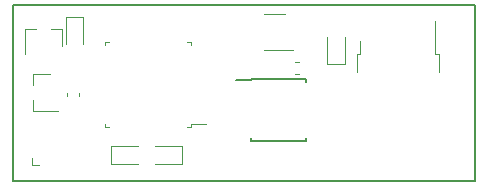
<source format=gto>
G04 #@! TF.GenerationSoftware,KiCad,Pcbnew,(5.99.0-10483-ga6ad7a4a70)*
G04 #@! TF.CreationDate,2021-05-28T23:23:15+03:00*
G04 #@! TF.ProjectId,hellen1-wbo,68656c6c-656e-4312-9d77-626f2e6b6963,rev?*
G04 #@! TF.SameCoordinates,PX4a19ba0PY5aa5910*
G04 #@! TF.FileFunction,Legend,Top*
G04 #@! TF.FilePolarity,Positive*
%FSLAX46Y46*%
G04 Gerber Fmt 4.6, Leading zero omitted, Abs format (unit mm)*
G04 Created by KiCad (PCBNEW (5.99.0-10483-ga6ad7a4a70)) date 2021-05-28 23:23:15*
%MOMM*%
%LPD*%
G01*
G04 APERTURE LIST*
%ADD10C,0.120000*%
%ADD11C,0.150000*%
%ADD12C,0.200000*%
G04 APERTURE END LIST*
D10*
G04 #@! TO.C,C616*
X5735000Y7612779D02*
X5735000Y7287221D01*
X4715000Y7612779D02*
X4715000Y7287221D01*
G04 #@! TO.C,R609*
X23991221Y9196000D02*
X24316779Y9196000D01*
X23991221Y10216000D02*
X24316779Y10216000D01*
G04 #@! TO.C,U604*
X1798000Y9182400D02*
X1798000Y8252400D01*
X1798000Y6022400D02*
X3958000Y6022400D01*
X1798000Y6022400D02*
X1798000Y6952400D01*
X1798000Y9182400D02*
X3258000Y9182400D01*
D11*
G04 #@! TO.C,U600*
X20305000Y3525000D02*
X20305000Y3750000D01*
X20305000Y8775000D02*
X24955000Y8775000D01*
X24955000Y3525000D02*
X24955000Y3750000D01*
X24955000Y8775000D02*
X24955000Y8550000D01*
X20305000Y3525000D02*
X24955000Y3525000D01*
X20305000Y8775000D02*
X20305000Y8650000D01*
X20305000Y8650000D02*
X18955000Y8650000D01*
D10*
G04 #@! TO.C,Q600*
X29520000Y10845000D02*
X29520000Y11945000D01*
X36150000Y9345000D02*
X36150000Y10845000D01*
X29250000Y10845000D02*
X29520000Y10845000D01*
X29250000Y9345000D02*
X29250000Y10845000D01*
X35880000Y10845000D02*
X35880000Y13675000D01*
X36150000Y10845000D02*
X35880000Y10845000D01*
G04 #@! TO.C,D601*
X12178000Y1605000D02*
X14463000Y1605000D01*
X14463000Y1605000D02*
X14463000Y3075000D01*
X14463000Y3075000D02*
X12178000Y3075000D01*
G04 #@! TO.C,U601*
X23130000Y14310000D02*
X21370000Y14310000D01*
X21370000Y11240000D02*
X23800000Y11240000D01*
G04 #@! TO.C,D600*
X26721000Y12284000D02*
X26721000Y9999000D01*
X28191000Y9999000D02*
X28191000Y12284000D01*
X26721000Y9999000D02*
X28191000Y9999000D01*
G04 #@! TO.C,D602*
X8445000Y3075000D02*
X8445000Y1605000D01*
X10730000Y3075000D02*
X8445000Y3075000D01*
X8445000Y1605000D02*
X10730000Y1605000D01*
G04 #@! TO.C,U602*
X15160000Y11910000D02*
X15160000Y11610000D01*
X7940000Y4690000D02*
X7940000Y4990000D01*
X8240000Y4690000D02*
X7940000Y4690000D01*
X15160000Y4990000D02*
X16475000Y4990000D01*
X14860000Y4690000D02*
X15160000Y4690000D01*
X15160000Y4690000D02*
X15160000Y4990000D01*
X7940000Y11910000D02*
X7940000Y11610000D01*
X14860000Y11910000D02*
X15160000Y11910000D01*
X8240000Y11910000D02*
X7940000Y11910000D01*
G04 #@! TO.C,U603*
X1105000Y13036000D02*
X1105000Y10876000D01*
X4265000Y13036000D02*
X3335000Y13036000D01*
X4265000Y13036000D02*
X4265000Y11576000D01*
X1105000Y13036000D02*
X2035000Y13036000D01*
G04 #@! TO.C,D603*
X4582550Y14054950D02*
X4582550Y11769950D01*
X6052550Y14054950D02*
X4582550Y14054950D01*
X6052550Y11769950D02*
X6052550Y14054950D01*
D12*
G04 #@! TO.C,M600*
X39250000Y15000000D02*
X100000Y15000000D01*
X100000Y15000000D02*
X100000Y100000D01*
X100000Y100000D02*
X39250000Y100000D01*
X39250000Y100000D02*
X39250000Y15000000D01*
D10*
G04 #@! TO.C,J600*
X2330000Y1480000D02*
X1695000Y1480000D01*
X1695000Y1480000D02*
X1695000Y2115000D01*
G04 #@! TD*
M02*

</source>
